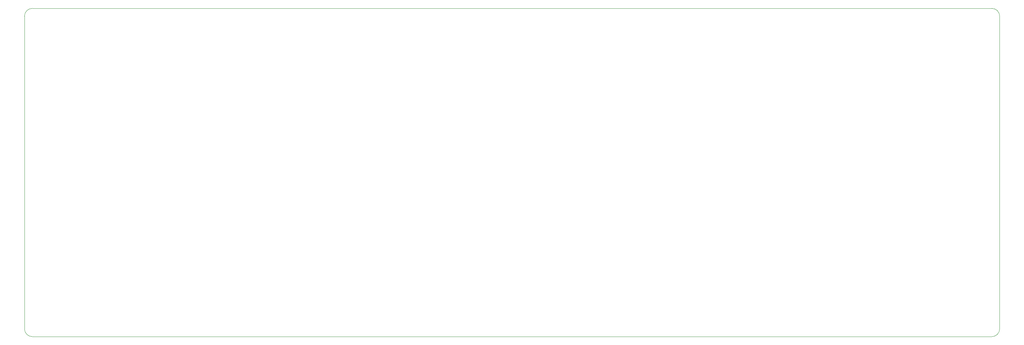
<source format=gbr>
%TF.GenerationSoftware,KiCad,Pcbnew,8.0.8*%
%TF.CreationDate,2025-05-22T13:33:45+02:00*%
%TF.ProjectId,Pancake,50616e63-616b-4652-9e6b-696361645f70,rev?*%
%TF.SameCoordinates,Original*%
%TF.FileFunction,Profile,NP*%
%FSLAX46Y46*%
G04 Gerber Fmt 4.6, Leading zero omitted, Abs format (unit mm)*
G04 Created by KiCad (PCBNEW 8.0.8) date 2025-05-22 13:33:45*
%MOMM*%
%LPD*%
G01*
G04 APERTURE LIST*
%TA.AperFunction,Profile*%
%ADD10C,0.050000*%
%TD*%
G04 APERTURE END LIST*
D10*
X23581250Y-23375000D02*
X23581250Y-102375000D01*
X23581250Y-23375000D02*
G75*
G02*
X25581250Y-21375000I2000000J0D01*
G01*
X267581250Y-21375000D02*
X25581250Y-21375000D01*
X25581250Y-104375000D02*
X267581250Y-104375000D01*
X267581250Y-21375000D02*
G75*
G02*
X269581300Y-23375000I50J-2000000D01*
G01*
X269581250Y-102375000D02*
G75*
G02*
X267581250Y-104374950I-1999950J0D01*
G01*
X269581250Y-102375000D02*
X269581250Y-23375000D01*
X25581250Y-104375000D02*
G75*
G02*
X23581250Y-102375000I0J2000000D01*
G01*
M02*

</source>
